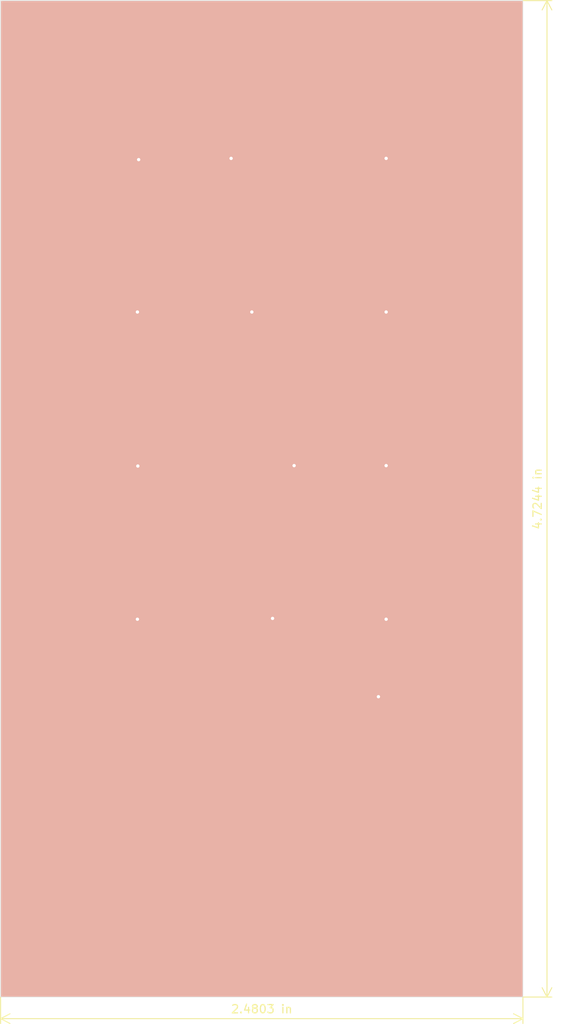
<source format=kicad_pcb>
(kicad_pcb (version 20171130) (host pcbnew "(5.1.7)-1")

  (general
    (thickness 0.8)
    (drawings 23)
    (tracks 84)
    (zones 0)
    (modules 15)
    (nets 19)
  )

  (page A4)
  (title_block
    (title Touchflaeche)
    (date 2020-10-19)
    (rev 0.1)
    (company "no company")
    (comment 1 trilu)
  )

  (layers
    (0 F.Cu signal)
    (31 B.Cu signal)
    (32 B.Adhes user)
    (33 F.Adhes user)
    (34 B.Paste user)
    (35 F.Paste user)
    (36 B.SilkS user)
    (37 F.SilkS user)
    (38 B.Mask user)
    (39 F.Mask user)
    (40 Dwgs.User user)
    (41 Cmts.User user)
    (42 Eco1.User user)
    (43 Eco2.User user)
    (44 Edge.Cuts user)
    (45 Margin user)
    (46 B.CrtYd user)
    (47 F.CrtYd user)
    (48 B.Fab user)
    (49 F.Fab user)
  )

  (setup
    (last_trace_width 0.25)
    (trace_clearance 0.3)
    (zone_clearance 0.508)
    (zone_45_only no)
    (trace_min 0.2)
    (via_size 0.8)
    (via_drill 0.4)
    (via_min_size 0.4)
    (via_min_drill 0.3)
    (uvia_size 0.3)
    (uvia_drill 0.1)
    (uvias_allowed no)
    (uvia_min_size 0.2)
    (uvia_min_drill 0.1)
    (edge_width 0.05)
    (segment_width 0.2)
    (pcb_text_width 0.3)
    (pcb_text_size 1.5 1.5)
    (mod_edge_width 0.12)
    (mod_text_size 1 1)
    (mod_text_width 0.15)
    (pad_size 58 34)
    (pad_drill 0)
    (pad_to_mask_clearance 0.051)
    (solder_mask_min_width 0.25)
    (aux_axis_origin 0 0)
    (visible_elements 7FFFFFFF)
    (pcbplotparams
      (layerselection 0x010f0_ffffffff)
      (usegerberextensions false)
      (usegerberattributes false)
      (usegerberadvancedattributes false)
      (creategerberjobfile false)
      (excludeedgelayer true)
      (linewidth 0.100000)
      (plotframeref false)
      (viasonmask false)
      (mode 1)
      (useauxorigin false)
      (hpglpennumber 1)
      (hpglpenspeed 20)
      (hpglpendiameter 15.000000)
      (psnegative false)
      (psa4output false)
      (plotreference false)
      (plotvalue true)
      (plotinvisibletext false)
      (padsonsilk true)
      (subtractmaskfromsilk false)
      (outputformat 1)
      (mirror false)
      (drillshape 0)
      (scaleselection 1)
      (outputdirectory "Gerber/"))
  )

  (net 0 "")
  (net 1 "Net-(P1-Pad1)")
  (net 2 "Net-(P3-Pad1)")
  (net 3 "Net-(P4-Pad1)")
  (net 4 "Net-(P5-Pad1)")
  (net 5 "Net-(P6-Pad1)")
  (net 6 "Net-(P7-Pad1)")
  (net 7 "Net-(P8-Pad1)")
  (net 8 "Net-(P9-Pad1)")
  (net 9 "Net-(P10-Pad1)")
  (net 10 "Net-(P11-Pad1)")
  (net 11 "Net-(P12-Pad1)")
  (net 12 "Net-(J7-Pad1)")
  (net 13 "Net-(J7-Pad3)")
  (net 14 "Net-(J7-Pad5)")
  (net 15 "Net-(J7-Pad2)")
  (net 16 "Net-(J7-Pad4)")
  (net 17 "Net-(J7-Pad6)")
  (net 18 "Net-(P13-Pad1)")

  (net_class Default "Dies ist die voreingestellte Netzklasse."
    (clearance 0.3)
    (trace_width 0.25)
    (via_dia 0.8)
    (via_drill 0.4)
    (uvia_dia 0.3)
    (uvia_drill 0.1)
    (add_net "Net-(J7-Pad1)")
    (add_net "Net-(J7-Pad2)")
    (add_net "Net-(J7-Pad3)")
    (add_net "Net-(J7-Pad4)")
    (add_net "Net-(J7-Pad5)")
    (add_net "Net-(J7-Pad6)")
    (add_net "Net-(P1-Pad1)")
    (add_net "Net-(P10-Pad1)")
    (add_net "Net-(P11-Pad1)")
    (add_net "Net-(P12-Pad1)")
    (add_net "Net-(P13-Pad1)")
    (add_net "Net-(P3-Pad1)")
    (add_net "Net-(P4-Pad1)")
    (add_net "Net-(P5-Pad1)")
    (add_net "Net-(P6-Pad1)")
    (add_net "Net-(P7-Pad1)")
    (add_net "Net-(P8-Pad1)")
    (add_net "Net-(P9-Pad1)")
  )

  (module touchpad:MPR121_SMD (layer F.Cu) (tedit 5FA0377A) (tstamp 5DB862C1)
    (at 122.1 127.6)
    (path /5DB7199E)
    (fp_text reference U4 (at -4.064 0.254) (layer F.SilkS)
      (effects (font (size 1 1) (thickness 0.15)))
    )
    (fp_text value MPR121_Module (at -1.27 -2.286) (layer F.Fab)
      (effects (font (size 1 1) (thickness 0.15)))
    )
    (fp_line (start -14.986 -10.668) (end 14.986 -10.668) (layer F.Fab) (width 0.12))
    (fp_line (start -14.986 10.668) (end -14.986 -10.668) (layer F.Fab) (width 0.12))
    (fp_line (start 14.986 10.668) (end -14.986 10.668) (layer F.Fab) (width 0.12))
    (fp_line (start 14.986 -10.668) (end 14.986 10.668) (layer F.Fab) (width 0.12))
    (fp_line (start -16.002 -11.176) (end 16.002 -11.176) (layer F.CrtYd) (width 0.12))
    (fp_line (start -16.002 11.176) (end -16.002 -11.176) (layer F.CrtYd) (width 0.12))
    (fp_line (start 16.002 11.176) (end -16.002 11.176) (layer F.CrtYd) (width 0.12))
    (fp_line (start 16.002 -11.176) (end 16.002 11.176) (layer F.CrtYd) (width 0.12))
    (fp_line (start 15.24 10.16) (end -15.24 10.16) (layer F.SilkS) (width 0.12))
    (fp_line (start 15.24 -10.16) (end 15.24 10.16) (layer F.SilkS) (width 0.12))
    (fp_line (start -15.24 -10.16) (end 15.24 -10.16) (layer F.SilkS) (width 0.12))
    (fp_line (start -15.24 -10.16) (end -15.24 10.16) (layer F.SilkS) (width 0.12))
    (pad 7 smd roundrect (at -13.97 -8.89) (size 1.905 2.54) (drill oval (offset 0 -0.3175)) (layers F.Cu F.Paste F.Mask) (roundrect_rratio 0.25)
      (net 18 "Net-(P13-Pad1)"))
    (pad 8 smd roundrect (at -11.43 -8.89) (size 1.905 2.54) (drill oval (offset 0 -0.3175)) (layers F.Cu F.Paste F.Mask) (roundrect_rratio 0.25)
      (net 11 "Net-(P12-Pad1)"))
    (pad 9 smd roundrect (at -8.89 -8.89) (size 1.905 2.54) (drill oval (offset 0 -0.3175)) (layers F.Cu F.Paste F.Mask) (roundrect_rratio 0.25)
      (net 10 "Net-(P11-Pad1)"))
    (pad 18 smd roundrect (at 13.97 -8.89) (size 1.905 2.54) (drill oval (offset 0 -0.3175)) (layers F.Cu F.Paste F.Mask) (roundrect_rratio 0.25)
      (net 1 "Net-(P1-Pad1)"))
    (pad 17 smd roundrect (at 11.43 -8.89) (size 1.905 2.54) (drill oval (offset 0 -0.3175)) (layers F.Cu F.Paste F.Mask) (roundrect_rratio 0.25)
      (net 2 "Net-(P3-Pad1)"))
    (pad 16 smd roundrect (at 8.89 -8.89) (size 1.905 2.54) (drill oval (offset 0 -0.3175)) (layers F.Cu F.Paste F.Mask) (roundrect_rratio 0.25)
      (net 3 "Net-(P4-Pad1)"))
    (pad 15 smd roundrect (at 6.35 -8.89) (size 1.905 2.54) (drill oval (offset 0 -0.3175)) (layers F.Cu F.Paste F.Mask) (roundrect_rratio 0.25)
      (net 4 "Net-(P5-Pad1)"))
    (pad 14 smd roundrect (at 3.81 -8.89) (size 1.905 2.54) (drill oval (offset 0 -0.3175)) (layers F.Cu F.Paste F.Mask) (roundrect_rratio 0.25)
      (net 5 "Net-(P6-Pad1)"))
    (pad 13 smd roundrect (at 1.27 -8.89) (size 1.905 2.54) (drill oval (offset 0 -0.3175)) (layers F.Cu F.Paste F.Mask) (roundrect_rratio 0.25)
      (net 6 "Net-(P7-Pad1)"))
    (pad 12 smd roundrect (at -1.27 -8.89) (size 1.905 2.54) (drill oval (offset 0 -0.3175)) (layers F.Cu F.Paste F.Mask) (roundrect_rratio 0.25)
      (net 7 "Net-(P8-Pad1)"))
    (pad 11 smd roundrect (at -3.81 -8.89) (size 1.905 2.54) (drill oval (offset 0 -0.3175)) (layers F.Cu F.Paste F.Mask) (roundrect_rratio 0.25)
      (net 8 "Net-(P9-Pad1)"))
    (pad 10 smd roundrect (at -6.35 -8.89) (size 1.905 2.54) (drill oval (offset 0 -0.3175)) (layers F.Cu F.Paste F.Mask) (roundrect_rratio 0.25)
      (net 9 "Net-(P10-Pad1)"))
    (pad 6 smd roundrect (at 6.35 8.89) (size 1.905 2.54) (drill oval (offset 0 0.3175)) (layers F.Cu F.Paste F.Mask) (roundrect_rratio 0.25)
      (net 17 "Net-(J7-Pad6)"))
    (pad 5 smd roundrect (at 3.81 8.89) (size 1.905 2.54) (drill oval (offset 0 0.3175)) (layers F.Cu F.Paste F.Mask) (roundrect_rratio 0.25)
      (net 14 "Net-(J7-Pad5)"))
    (pad 4 smd roundrect (at 1.27 8.89) (size 1.905 2.54) (drill oval (offset 0 0.3175)) (layers F.Cu F.Paste F.Mask) (roundrect_rratio 0.25)
      (net 16 "Net-(J7-Pad4)"))
    (pad 3 smd roundrect (at -1.27 8.89) (size 1.905 2.54) (drill oval (offset 0 0.3175)) (layers F.Cu F.Paste F.Mask) (roundrect_rratio 0.25)
      (net 13 "Net-(J7-Pad3)"))
    (pad 2 smd roundrect (at -3.81 8.89) (size 1.905 2.54) (drill oval (offset 0 0.3175)) (layers F.Cu F.Paste F.Mask) (roundrect_rratio 0.25)
      (net 15 "Net-(J7-Pad2)"))
    (pad 1 smd roundrect (at -6.35 8.89) (size 1.905 2.54) (drill oval (offset 0 0.3175)) (layers F.Cu F.Paste F.Mask) (roundrect_rratio 0.25)
      (net 12 "Net-(J7-Pad1)"))
    (model C:/Users/horst/Documents/Kicad-Projekte/00_Library/touchpad.pretty/MPR121-Breakout-v13.wrl
      (offset (xyz 15.2 -10.2 0.5))
      (scale (xyz 0.01 0.01 0.01))
      (rotate (xyz 0 0 -90))
    )
  )

  (module touchpad:touchpad_big (layer F.Cu) (tedit 5F7EACDE) (tstamp 5F7EB42B)
    (at 122 129.8)
    (path /5DB9A797)
    (fp_text reference P1 (at -24.13 -18.034) (layer F.SilkS) hide
      (effects (font (size 1 1) (thickness 0.15)))
    )
    (fp_text value touchpad_small (at -14.986 -18.034) (layer F.Fab)
      (effects (font (size 1 1) (thickness 0.15)))
    )
    (pad 1 smd roundrect (at 0 0) (size 58 34) (layers B.Cu) (roundrect_rratio 0.029)
      (net 1 "Net-(P1-Pad1)"))
  )

  (module Connector_PinHeader_2.00mm:PinHeader_1x06_P2.00mm_Vertical_SMD_Pin1Left (layer F.Cu) (tedit 59FED667) (tstamp 5F7DC8B2)
    (at 122 145.3 90)
    (descr "surface-mounted straight pin header, 1x06, 2.00mm pitch, single row, style 1 (pin 1 left)")
    (tags "Surface mounted pin header SMD 1x06 2.00mm single row style1 pin1 left")
    (path /5F8CC4C2)
    (attr smd)
    (fp_text reference J7 (at 0 -7.06 90) (layer F.SilkS)
      (effects (font (size 1 1) (thickness 0.15)))
    )
    (fp_text value Conn_Male (at 0 7.06 90) (layer F.Fab)
      (effects (font (size 1 1) (thickness 0.15)))
    )
    (fp_line (start 2.85 -6.5) (end -2.85 -6.5) (layer F.CrtYd) (width 0.05))
    (fp_line (start 2.85 6.5) (end 2.85 -6.5) (layer F.CrtYd) (width 0.05))
    (fp_line (start -2.85 6.5) (end 2.85 6.5) (layer F.CrtYd) (width 0.05))
    (fp_line (start -2.85 -6.5) (end -2.85 6.5) (layer F.CrtYd) (width 0.05))
    (fp_line (start -1.06 3.685) (end -1.06 6.06) (layer F.SilkS) (width 0.12))
    (fp_line (start -1.06 -0.315) (end -1.06 2.315) (layer F.SilkS) (width 0.12))
    (fp_line (start -1.06 -4.315) (end -1.06 -1.685) (layer F.SilkS) (width 0.12))
    (fp_line (start 1.06 1.685) (end 1.06 4.315) (layer F.SilkS) (width 0.12))
    (fp_line (start 1.06 -2.315) (end 1.06 0.315) (layer F.SilkS) (width 0.12))
    (fp_line (start 1.06 5.685) (end 1.06 6.06) (layer F.SilkS) (width 0.12))
    (fp_line (start -1.06 -6.06) (end -1.06 -5.685) (layer F.SilkS) (width 0.12))
    (fp_line (start -1.06 -5.685) (end -2.29 -5.685) (layer F.SilkS) (width 0.12))
    (fp_line (start 1.06 -6.06) (end 1.06 -3.685) (layer F.SilkS) (width 0.12))
    (fp_line (start -1.06 6.06) (end 1.06 6.06) (layer F.SilkS) (width 0.12))
    (fp_line (start -1.06 -6.06) (end 1.06 -6.06) (layer F.SilkS) (width 0.12))
    (fp_line (start 2.1 5.25) (end 1 5.25) (layer F.Fab) (width 0.1))
    (fp_line (start 2.1 4.75) (end 2.1 5.25) (layer F.Fab) (width 0.1))
    (fp_line (start 1 4.75) (end 2.1 4.75) (layer F.Fab) (width 0.1))
    (fp_line (start 2.1 1.25) (end 1 1.25) (layer F.Fab) (width 0.1))
    (fp_line (start 2.1 0.75) (end 2.1 1.25) (layer F.Fab) (width 0.1))
    (fp_line (start 1 0.75) (end 2.1 0.75) (layer F.Fab) (width 0.1))
    (fp_line (start 2.1 -2.75) (end 1 -2.75) (layer F.Fab) (width 0.1))
    (fp_line (start 2.1 -3.25) (end 2.1 -2.75) (layer F.Fab) (width 0.1))
    (fp_line (start 1 -3.25) (end 2.1 -3.25) (layer F.Fab) (width 0.1))
    (fp_line (start -2.1 3.25) (end -1 3.25) (layer F.Fab) (width 0.1))
    (fp_line (start -2.1 2.75) (end -2.1 3.25) (layer F.Fab) (width 0.1))
    (fp_line (start -1 2.75) (end -2.1 2.75) (layer F.Fab) (width 0.1))
    (fp_line (start -2.1 -0.75) (end -1 -0.75) (layer F.Fab) (width 0.1))
    (fp_line (start -2.1 -1.25) (end -2.1 -0.75) (layer F.Fab) (width 0.1))
    (fp_line (start -1 -1.25) (end -2.1 -1.25) (layer F.Fab) (width 0.1))
    (fp_line (start -2.1 -4.75) (end -1 -4.75) (layer F.Fab) (width 0.1))
    (fp_line (start -2.1 -5.25) (end -2.1 -4.75) (layer F.Fab) (width 0.1))
    (fp_line (start -1 -5.25) (end -2.1 -5.25) (layer F.Fab) (width 0.1))
    (fp_line (start 1 -6) (end 1 6) (layer F.Fab) (width 0.1))
    (fp_line (start -1 -5.25) (end -0.25 -6) (layer F.Fab) (width 0.1))
    (fp_line (start -1 6) (end -1 -5.25) (layer F.Fab) (width 0.1))
    (fp_line (start -0.25 -6) (end 1 -6) (layer F.Fab) (width 0.1))
    (fp_line (start 1 6) (end -1 6) (layer F.Fab) (width 0.1))
    (fp_text user %R (at 0 0) (layer F.Fab)
      (effects (font (size 1 1) (thickness 0.15)))
    )
    (pad 1 smd rect (at -1.175 -5 90) (size 2.35 0.85) (layers F.Cu F.Paste F.Mask)
      (net 12 "Net-(J7-Pad1)"))
    (pad 3 smd rect (at -1.175 -1 90) (size 2.35 0.85) (layers F.Cu F.Paste F.Mask)
      (net 13 "Net-(J7-Pad3)"))
    (pad 5 smd rect (at -1.175 3 90) (size 2.35 0.85) (layers F.Cu F.Paste F.Mask)
      (net 14 "Net-(J7-Pad5)"))
    (pad 2 smd rect (at 1.175 -3 90) (size 2.35 0.85) (layers F.Cu F.Paste F.Mask)
      (net 15 "Net-(J7-Pad2)"))
    (pad 4 smd rect (at 1.175 1 90) (size 2.35 0.85) (layers F.Cu F.Paste F.Mask)
      (net 16 "Net-(J7-Pad4)"))
    (pad 6 smd rect (at 1.175 5 90) (size 2.35 0.85) (layers F.Cu F.Paste F.Mask)
      (net 17 "Net-(J7-Pad6)"))
    (model ${KISYS3DMOD}/Connector_PinHeader_2.00mm.3dshapes/PinHeader_1x06_P2.00mm_Vertical_SMD_Pin1Left.wrl
      (at (xyz 0 0 0))
      (scale (xyz 1 1 1))
      (rotate (xyz 0 0 0))
    )
  )

  (module touchpad:touchpad_small (layer F.Cu) (tedit 5F7EC338) (tstamp 5F7F251D)
    (at 142 99.2)
    (path /5DB87C3C)
    (attr smd)
    (fp_text reference P2 (at -6.35 -9.144) (layer F.SilkS) hide
      (effects (font (size 1 1) (thickness 0.15)))
    )
    (fp_text value touchpad_small (at 3.048 -9.144) (layer F.Fab) hide
      (effects (font (size 1 1) (thickness 0.15)))
    )
    (pad 1 smd roundrect (at 0 0) (size 18 16.7) (layers B.Cu) (roundrect_rratio 0.061)
      (net 1 "Net-(P1-Pad1)"))
  )

  (module touchpad:touchpad_small (layer F.Cu) (tedit 5F7EC338) (tstamp 5F7F2522)
    (at 142 80.7)
    (path /5DB881BC)
    (attr smd)
    (fp_text reference P3 (at -6.35 -9.144) (layer F.SilkS) hide
      (effects (font (size 1 1) (thickness 0.15)))
    )
    (fp_text value touchpad_small (at 3.048 -9.144) (layer F.Fab) hide
      (effects (font (size 1 1) (thickness 0.15)))
    )
    (pad 1 smd roundrect (at 0 0) (size 18 16.7) (layers B.Cu) (roundrect_rratio 0.061)
      (net 2 "Net-(P3-Pad1)"))
  )

  (module touchpad:touchpad_small (layer F.Cu) (tedit 5F7EC338) (tstamp 5F7F2527)
    (at 142 62.2)
    (path /5DB88418)
    (attr smd)
    (fp_text reference P4 (at -6.35 -9.144) (layer F.SilkS) hide
      (effects (font (size 1 1) (thickness 0.15)))
    )
    (fp_text value touchpad_small (at 3.048 -9.144) (layer F.Fab) hide
      (effects (font (size 1 1) (thickness 0.15)))
    )
    (pad 1 smd roundrect (at 0 0) (size 18 16.7) (layers B.Cu) (roundrect_rratio 0.061)
      (net 3 "Net-(P4-Pad1)"))
  )

  (module touchpad:touchpad_small (layer F.Cu) (tedit 5F7EC338) (tstamp 5F7F252C)
    (at 142 43.7)
    (path /5DB885B3)
    (attr smd)
    (fp_text reference P5 (at -6.35 -9.144) (layer F.SilkS) hide
      (effects (font (size 1 1) (thickness 0.15)))
    )
    (fp_text value touchpad_small (at 3.048 -9.144) (layer F.Fab) hide
      (effects (font (size 1 1) (thickness 0.15)))
    )
    (pad 1 smd roundrect (at 0 0) (size 18 16.7) (layers B.Cu) (roundrect_rratio 0.061)
      (net 4 "Net-(P5-Pad1)"))
  )

  (module touchpad:touchpad_small (layer F.Cu) (tedit 5F7EC338) (tstamp 5F7F2531)
    (at 122 80.7)
    (path /5DB88770)
    (attr smd)
    (fp_text reference P6 (at -6.35 -9.144) (layer F.SilkS) hide
      (effects (font (size 1 1) (thickness 0.15)))
    )
    (fp_text value touchpad_small (at 3.048 -9.144) (layer F.Fab) hide
      (effects (font (size 1 1) (thickness 0.15)))
    )
    (pad 1 smd roundrect (at 0 0) (size 18 16.7) (layers B.Cu) (roundrect_rratio 0.061)
      (net 5 "Net-(P6-Pad1)"))
  )

  (module touchpad:touchpad_small (layer F.Cu) (tedit 5F7EC338) (tstamp 5F7F2536)
    (at 122 99.2)
    (path /5DB888C4)
    (attr smd)
    (fp_text reference P7 (at -6.35 -9.144) (layer F.SilkS) hide
      (effects (font (size 1 1) (thickness 0.15)))
    )
    (fp_text value touchpad_small (at 3.048 -9.144) (layer F.Fab) hide
      (effects (font (size 1 1) (thickness 0.15)))
    )
    (pad 1 smd roundrect (at 0 0) (size 18 16.7) (layers B.Cu) (roundrect_rratio 0.061)
      (net 6 "Net-(P7-Pad1)"))
  )

  (module touchpad:touchpad_small (layer F.Cu) (tedit 5F7EC338) (tstamp 5F7F253B)
    (at 122 62.2)
    (path /5DB88A78)
    (attr smd)
    (fp_text reference P8 (at -6.35 -9.144) (layer F.SilkS) hide
      (effects (font (size 1 1) (thickness 0.15)))
    )
    (fp_text value touchpad_small (at 3.048 -9.144) (layer F.Fab) hide
      (effects (font (size 1 1) (thickness 0.15)))
    )
    (pad 1 smd roundrect (at 0 0) (size 18 16.7) (layers B.Cu) (roundrect_rratio 0.061)
      (net 7 "Net-(P8-Pad1)"))
  )

  (module touchpad:touchpad_small (layer F.Cu) (tedit 5F7EC338) (tstamp 5F7F2540)
    (at 122 43.7)
    (path /5DB88C06)
    (attr smd)
    (fp_text reference P9 (at -6.35 -9.144) (layer F.SilkS) hide
      (effects (font (size 1 1) (thickness 0.15)))
    )
    (fp_text value touchpad_small (at 3.048 -9.144) (layer F.Fab) hide
      (effects (font (size 1 1) (thickness 0.15)))
    )
    (pad 1 smd roundrect (at 0 0) (size 18 16.7) (layers B.Cu) (roundrect_rratio 0.061)
      (net 8 "Net-(P9-Pad1)"))
  )

  (module touchpad:touchpad_small (layer F.Cu) (tedit 5F7EC338) (tstamp 5F7F2545)
    (at 102 43.7)
    (path /5DB88D8F)
    (attr smd)
    (fp_text reference P10 (at -6.35 -9.144) (layer F.SilkS) hide
      (effects (font (size 1 1) (thickness 0.15)))
    )
    (fp_text value touchpad_small (at 3.048 -9.144) (layer F.Fab) hide
      (effects (font (size 1 1) (thickness 0.15)))
    )
    (pad 1 smd roundrect (at 0 0) (size 18 16.7) (layers B.Cu) (roundrect_rratio 0.061)
      (net 9 "Net-(P10-Pad1)"))
  )

  (module touchpad:touchpad_small (layer F.Cu) (tedit 5F7EC338) (tstamp 5F7F254A)
    (at 102 62.2)
    (path /5DB88F92)
    (attr smd)
    (fp_text reference P11 (at -6.35 -9.144) (layer F.SilkS) hide
      (effects (font (size 1 1) (thickness 0.15)))
    )
    (fp_text value touchpad_small (at 3.048 -9.144) (layer F.Fab) hide
      (effects (font (size 1 1) (thickness 0.15)))
    )
    (pad 1 smd roundrect (at 0 0) (size 18 16.7) (layers B.Cu) (roundrect_rratio 0.061)
      (net 10 "Net-(P11-Pad1)"))
  )

  (module touchpad:touchpad_small (layer F.Cu) (tedit 5F7EC338) (tstamp 5F7F254F)
    (at 102 80.7)
    (path /5DB891C1)
    (attr smd)
    (fp_text reference P12 (at -6.35 -9.144) (layer F.SilkS) hide
      (effects (font (size 1 1) (thickness 0.15)))
    )
    (fp_text value touchpad_small (at 3.048 -9.144) (layer F.Fab) hide
      (effects (font (size 1 1) (thickness 0.15)))
    )
    (pad 1 smd roundrect (at 0 0) (size 18 16.7) (layers B.Cu) (roundrect_rratio 0.061)
      (net 11 "Net-(P12-Pad1)"))
  )

  (module touchpad:touchpad_small (layer F.Cu) (tedit 5F7EC338) (tstamp 5F7F2554)
    (at 102 99.2)
    (path /5DB8940C)
    (attr smd)
    (fp_text reference P13 (at -6.35 -9.144) (layer F.SilkS) hide
      (effects (font (size 1 1) (thickness 0.15)))
    )
    (fp_text value touchpad_small (at 3.048 -9.144) (layer F.Fab) hide
      (effects (font (size 1 1) (thickness 0.15)))
    )
    (pad 1 smd roundrect (at 0 0) (size 18 16.7) (layers B.Cu) (roundrect_rratio 0.061)
      (net 18 "Net-(P13-Pad1)"))
  )

  (gr_line (start 90.5 147.2) (end 153.5 147.2) (layer Dwgs.User) (width 0.15))
  (gr_line (start 153.5 112.6) (end 90.5 112.6) (layer Dwgs.User) (width 0.15))
  (gr_line (start 90.5 107.8) (end 153.5 107.8) (layer Dwgs.User) (width 0.15))
  (gr_line (start 153.5 90.6) (end 90.5 90.6) (layer Dwgs.User) (width 0.15))
  (gr_line (start 90.5 89.3) (end 153.5 89.3) (layer Dwgs.User) (width 0.15))
  (gr_line (start 153.5 72.1) (end 90.5 72.1) (layer Dwgs.User) (width 0.15))
  (gr_line (start 90.5 70.8) (end 153.5 70.8) (layer Dwgs.User) (width 0.15))
  (gr_line (start 153.5 53.6) (end 90.5 53.6) (layer Dwgs.User) (width 0.15))
  (gr_line (start 90.5 52.3) (end 153.5 52.3) (layer Dwgs.User) (width 0.15))
  (gr_line (start 90.5 35.1) (end 153.5 35.1) (layer Dwgs.User) (width 0.15))
  (gr_line (start 131.3 30.9) (end 131.3 150.9) (layer Dwgs.User) (width 0.15))
  (gr_line (start 112.7 30.9) (end 112.7 150.9) (layer Dwgs.User) (width 0.15))
  (gr_line (start 132.7 30.9) (end 132.7 150.9) (layer Dwgs.User) (width 0.15))
  (gr_line (start 111.3 30.9) (end 111.3 150.9) (layer Dwgs.User) (width 0.15))
  (gr_line (start 151.3 150.9) (end 151.3 30.9) (layer Dwgs.User) (width 0.15))
  (gr_line (start 92.7 30.9) (end 92.7 150.9) (layer Dwgs.User) (width 0.15))
  (gr_poly (pts (xy 153.4 150.8) (xy 90.6 150.8) (xy 90.6 31) (xy 153.4 31)) (layer B.SilkS) (width 0.1))
  (dimension 120 (width 0.12) (layer F.SilkS)
    (gr_text "120,000 mm" (at 157.67 90.9 90) (layer F.SilkS)
      (effects (font (size 1 1) (thickness 0.15)))
    )
    (feature1 (pts (xy 153.5 30.9) (xy 156.986421 30.9)))
    (feature2 (pts (xy 153.5 150.9) (xy 156.986421 150.9)))
    (crossbar (pts (xy 156.4 150.9) (xy 156.4 30.9)))
    (arrow1a (pts (xy 156.4 30.9) (xy 156.986421 32.026504)))
    (arrow1b (pts (xy 156.4 30.9) (xy 155.813579 32.026504)))
    (arrow2a (pts (xy 156.4 150.9) (xy 156.986421 149.773496)))
    (arrow2b (pts (xy 156.4 150.9) (xy 155.813579 149.773496)))
  )
  (dimension 63 (width 0.12) (layer F.SilkS)
    (gr_text "63,000 mm" (at 122 154.769999) (layer F.SilkS)
      (effects (font (size 1 1) (thickness 0.15)))
    )
    (feature1 (pts (xy 153.5 150.9) (xy 153.5 154.08642)))
    (feature2 (pts (xy 90.5 150.9) (xy 90.5 154.08642)))
    (crossbar (pts (xy 90.5 153.499999) (xy 153.5 153.499999)))
    (arrow1a (pts (xy 153.5 153.499999) (xy 152.373496 154.08642)))
    (arrow1b (pts (xy 153.5 153.499999) (xy 152.373496 152.913578)))
    (arrow2a (pts (xy 90.5 153.499999) (xy 91.626504 154.08642)))
    (arrow2b (pts (xy 90.5 153.499999) (xy 91.626504 152.913578)))
  )
  (gr_line (start 90.5 150.9) (end 90.5 30.9) (layer Edge.Cuts) (width 0.05) (tstamp 5DB09E1C))
  (gr_line (start 153.5 150.9) (end 90.5 150.9) (layer Edge.Cuts) (width 0.05))
  (gr_line (start 153.5 30.9) (end 153.5 150.9) (layer Edge.Cuts) (width 0.05))
  (gr_line (start 90.5 30.9) (end 153.5 30.9) (layer Edge.Cuts) (width 0.05))

  (segment (start 136.07 118.202) (end 136.000001 118.132001) (width 0.25) (layer F.Cu) (net 1) (status 30))
  (segment (start 136.07 118.202) (end 136.07 114.73) (width 0.25) (layer F.Cu) (net 1) (status 10))
  (segment (start 136.1 118.74) (end 136.07 118.71) (width 0.25) (layer F.Cu) (net 1))
  (segment (start 137 105.4) (end 137 105.4) (width 0.25) (layer F.Cu) (net 1) (tstamp 5F7F2645))
  (via (at 136.07 114.73) (size 0.8) (drill 0.4) (layers F.Cu B.Cu) (net 1))
  (segment (start 136.07 114.73) (end 136.07 113.93) (width 0.25) (layer F.Cu) (net 1) (tstamp 5F7F2701) (status 10))
  (segment (start 136.07 113.93) (end 136.07 106.33) (width 0.25) (layer F.Cu) (net 1) (tstamp 5DB8920A))
  (segment (start 136.07 106.33) (end 137 105.4) (width 0.25) (layer F.Cu) (net 1))
  (segment (start 137 105.4) (end 137 105.4) (width 0.25) (layer F.Cu) (net 1) (tstamp 5F7F27A4))
  (via (at 137 105.4) (size 0.8) (drill 0.4) (layers F.Cu B.Cu) (net 1))
  (segment (start 133.53 90.37) (end 137 86.9) (width 0.25) (layer F.Cu) (net 2))
  (segment (start 133.53 118.202) (end 133.53 90.37) (width 0.25) (layer F.Cu) (net 2) (status 10))
  (segment (start 137 86.9) (end 137 86.9) (width 0.25) (layer F.Cu) (net 2) (tstamp 5F7F2643))
  (via (at 137 86.9) (size 0.8) (drill 0.4) (layers F.Cu B.Cu) (net 2))
  (segment (start 130.99 74.41) (end 137 68.4) (width 0.25) (layer F.Cu) (net 3))
  (segment (start 130.99 118.202) (end 130.99 74.41) (width 0.25) (layer F.Cu) (net 3) (status 10))
  (segment (start 137 68.4) (end 137 68.4) (width 0.25) (layer F.Cu) (net 3) (tstamp 5F7F2637))
  (via (at 137 68.4) (size 0.8) (drill 0.4) (layers F.Cu B.Cu) (net 3))
  (segment (start 128.45 58.45) (end 137 49.9) (width 0.25) (layer F.Cu) (net 4))
  (segment (start 128.45 118.202) (end 128.45 58.45) (width 0.25) (layer F.Cu) (net 4) (status 10))
  (segment (start 137 49.9) (end 137 49.9) (width 0.25) (layer F.Cu) (net 4) (tstamp 5F7F2639))
  (via (at 137 49.9) (size 0.8) (drill 0.4) (layers F.Cu B.Cu) (net 4))
  (segment (start 125.91 118.202) (end 125.800006 118.092006) (width 0.25) (layer F.Cu) (net 5) (status 30))
  (segment (start 125.9 118.192) (end 125.9 86.9) (width 0.25) (layer F.Cu) (net 5) (status 10))
  (segment (start 125.91 118.202) (end 125.9 118.192) (width 0.25) (layer F.Cu) (net 5) (status 30))
  (segment (start 125.9 86.9) (end 125.9 86.9) (width 0.25) (layer F.Cu) (net 5) (tstamp 5F7F2641) (status 10))
  (via (at 125.9 86.9) (size 0.8) (drill 0.4) (layers F.Cu B.Cu) (net 5))
  (segment (start 123.200002 118.032002) (end 123.37 118.202) (width 0.25) (layer F.Cu) (net 6) (status 30))
  (segment (start 123.3 118.132) (end 123.3 105.3) (width 0.25) (layer F.Cu) (net 6) (status 10))
  (segment (start 123.37 118.202) (end 123.3 118.132) (width 0.25) (layer F.Cu) (net 6) (status 30))
  (segment (start 123.3 105.3) (end 123.3 105.3) (width 0.25) (layer F.Cu) (net 6) (tstamp 5F7F2647) (status 10))
  (via (at 123.3 105.3) (size 0.8) (drill 0.4) (layers F.Cu B.Cu) (net 6))
  (segment (start 120.83 118.202) (end 120.699996 118.071996) (width 0.25) (layer F.Cu) (net 7) (status 30))
  (segment (start 120.8 118.172) (end 120.8 68.4) (width 0.25) (layer F.Cu) (net 7) (status 10))
  (segment (start 120.83 118.202) (end 120.8 118.172) (width 0.25) (layer F.Cu) (net 7) (status 30))
  (segment (start 120.8 68.4) (end 120.8 68.4) (width 0.25) (layer F.Cu) (net 7) (tstamp 5F7F2635) (status 10))
  (via (at 120.8 68.4) (size 0.8) (drill 0.4) (layers F.Cu B.Cu) (net 7))
  (segment (start 118.29 118.202) (end 118.200004 118.112004) (width 0.25) (layer F.Cu) (net 8) (status 30))
  (segment (start 118.3 118.192) (end 118.3 49.9) (width 0.25) (layer F.Cu) (net 8) (status 10))
  (segment (start 118.29 118.202) (end 118.3 118.192) (width 0.25) (layer F.Cu) (net 8) (status 30))
  (segment (start 118.3 49.9) (end 118.3 49.9) (width 0.25) (layer F.Cu) (net 8) (tstamp 5F7F263B) (status 10))
  (via (at 118.3 49.9) (size 0.8) (drill 0.4) (layers F.Cu B.Cu) (net 8))
  (segment (start 115.75 58.65) (end 107.15 50.05) (width 0.25) (layer F.Cu) (net 9))
  (segment (start 115.75 118.202) (end 115.75 58.65) (width 0.25) (layer F.Cu) (net 9) (status 10))
  (segment (start 107.15 50.05) (end 107 49.9) (width 0.25) (layer F.Cu) (net 9) (tstamp 5F7F263D))
  (via (at 107.15 50.05) (size 0.8) (drill 0.4) (layers F.Cu B.Cu) (net 9))
  (segment (start 113.21 74.61) (end 107 68.4) (width 0.25) (layer F.Cu) (net 10))
  (segment (start 113.21 118.202) (end 113.21 74.61) (width 0.25) (layer F.Cu) (net 10) (status 10))
  (segment (start 107 68.4) (end 107 68.4) (width 0.25) (layer F.Cu) (net 10) (tstamp 5F7F2633))
  (via (at 107 68.4) (size 0.8) (drill 0.4) (layers F.Cu B.Cu) (net 10))
  (segment (start 110.67 90.57) (end 107.05 86.95) (width 0.25) (layer F.Cu) (net 11))
  (segment (start 110.67 118.202) (end 110.67 90.57) (width 0.25) (layer F.Cu) (net 11) (status 10))
  (segment (start 107.05 86.95) (end 107 86.9) (width 0.25) (layer F.Cu) (net 11) (tstamp 5F7F263F))
  (via (at 107.05 86.95) (size 0.8) (drill 0.4) (layers F.Cu B.Cu) (net 11))
  (segment (start 115.75 143.8) (end 115.75 136.998) (width 0.25) (layer F.Cu) (net 12) (status 20))
  (segment (start 117 145.05) (end 115.75 143.8) (width 0.25) (layer F.Cu) (net 12))
  (segment (start 117 146.475) (end 117 145.05) (width 0.25) (layer F.Cu) (net 12) (status 10))
  (segment (start 121 138.56) (end 120.73 138.29) (width 0.25) (layer F.Cu) (net 13) (tstamp 5DB7FD30))
  (segment (start 121 146.475) (end 121 138.56) (width 0.25) (layer F.Cu) (net 13) (status 10))
  (segment (start 120.73 136.59) (end 120.83 136.49) (width 0.25) (layer F.Cu) (net 13) (status 30))
  (segment (start 120.73 138.29) (end 120.73 136.59) (width 0.25) (layer F.Cu) (net 13) (status 20))
  (segment (start 125 139.1) (end 125.81 138.29) (width 0.25) (layer F.Cu) (net 14) (tstamp 5DB7FD33))
  (segment (start 125 146.475) (end 125 139.1) (width 0.25) (layer F.Cu) (net 14) (status 10))
  (segment (start 125.81 136.59) (end 125.91 136.49) (width 0.25) (layer F.Cu) (net 14) (status 30))
  (segment (start 125.81 138.29) (end 125.81 136.59) (width 0.25) (layer F.Cu) (net 14) (status 20))
  (segment (start 119 142.7) (end 118.19 141.89) (width 0.25) (layer F.Cu) (net 15))
  (segment (start 119 144.125) (end 119 142.7) (width 0.25) (layer F.Cu) (net 15) (status 10))
  (segment (start 118.19 136.59) (end 118.29 136.49) (width 0.25) (layer F.Cu) (net 15) (status 30))
  (segment (start 118.19 138.61) (end 118.19 136.59) (width 0.25) (layer F.Cu) (net 15) (status 20))
  (segment (start 118.19 141.89) (end 118.19 138.61) (width 0.25) (layer F.Cu) (net 15))
  (segment (start 118.19 138.61) (end 118.19 138.29) (width 0.25) (layer F.Cu) (net 15))
  (segment (start 123 138.56) (end 123.27 138.29) (width 0.25) (layer F.Cu) (net 16) (tstamp 5DB7FD36))
  (segment (start 123 144.125) (end 123 138.56) (width 0.25) (layer F.Cu) (net 16) (status 10))
  (segment (start 123.27 136.59) (end 123.37 136.49) (width 0.25) (layer F.Cu) (net 16) (status 30))
  (segment (start 123.27 138.29) (end 123.27 136.59) (width 0.25) (layer F.Cu) (net 16) (status 20))
  (segment (start 128.35 136.59) (end 128.45 136.49) (width 0.25) (layer F.Cu) (net 17) (status 30))
  (segment (start 128.35 141.35) (end 128.35 136.59) (width 0.25) (layer F.Cu) (net 17) (status 20))
  (segment (start 127 142.7) (end 128.35 141.35) (width 0.25) (layer F.Cu) (net 17))
  (segment (start 127 144.125) (end 127 142.7) (width 0.25) (layer F.Cu) (net 17) (status 10))
  (segment (start 108.13 118.202) (end 108 118.072) (width 0.25) (layer F.Cu) (net 18) (status 30))
  (segment (start 108.13 106.53) (end 107 105.4) (width 0.25) (layer F.Cu) (net 18))
  (segment (start 108.13 118.202) (end 108.13 106.53) (width 0.25) (layer F.Cu) (net 18) (status 10))
  (segment (start 107 105.4) (end 107 105.4) (width 0.25) (layer F.Cu) (net 18) (tstamp 5F7F2649))
  (via (at 107 105.4) (size 0.8) (drill 0.4) (layers F.Cu B.Cu) (net 18))

)

</source>
